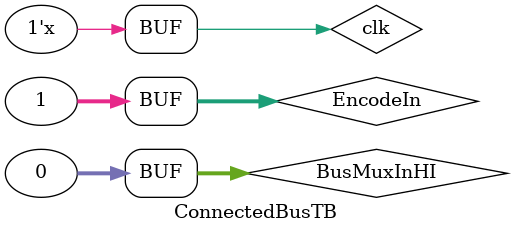
<source format=v>
`timescale 1ns/10ps
module ConnectedBusTB;

reg clk = 0;
/*

reg enable = 1;
reg clr = 0;
reg  [31:0] D;
wire [31:0] Q;

always #10 clk = !clk;

Register reg_instance(clk, clr, enable, D, Q);*/

reg [31:0]				EncodeIn,
							BusMuxInR0,
							BusMuxInR1,
							BusMuxInR2,
							BusMuxInR3,
							BusMuxInR4,
							BusMuxInR5,
							BusMuxInR6,
							BusMuxInR7,
							BusMuxInR8,
							BusMuxInR9,
							BusMuxInR10,
							BusMuxInR11,
							BusMuxInR12,
							BusMuxInR13,
							BusMuxInR14,
							BusMuxInR15,
							BusMuxInHI,
							BusMuxInLO,
							BusMuxInZHI,
							BusMuxInZLO,
							BusMuxInPc,
							BusMuxInMDR,
							BusMuxInInPort,
							CSignExtended,
							BusMuxOut;
wire [4:0]				EncodeOut;

ConnectedBus cb_inst(EncodeIn,
							BusMuxInR0,
							BusMuxInR1,
							BusMuxInR2,
							BusMuxInR3,
							BusMuxInR4,
							BusMuxInR5,
							BusMuxInR6,
							BusMuxInR7,
							BusMuxInR8,
							BusMuxInR9,
							BusMuxInR10,
							BusMuxInR11,
							BusMuxInR12,
							BusMuxInR13,
							BusMuxInR14,
							BusMuxInR15,
							BusMuxInHI,
							BusMuxInLO,
							BusMuxInZHI,
							BusMuxInZLO,
							BusMuxInPc,
							BusMuxInMDR,
							BusMuxInInPort,
							CSignExtended,
							BusMuxOut,
							EncodeOut);
							// 
							
always #10 clk = !clk;

initial begin
	
	EncodeIn = 1;
	#10
	BusMuxInHI = 1;
	#10
	BusMuxInHI = 0;
	
end

endmodule

</source>
